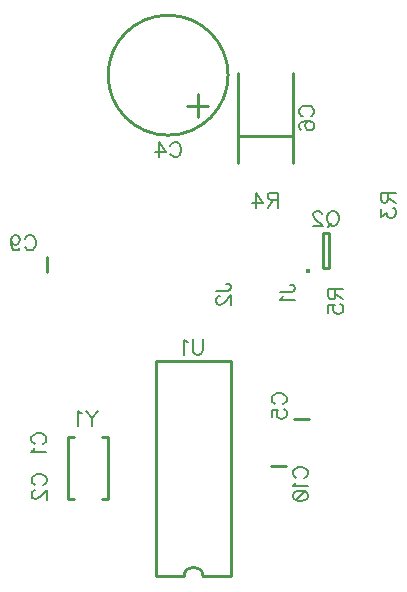
<source format=gbr>
G04 DipTrace 3.2.0.1*
G04 BottomSilk.gbr*
%MOIN*%
G04 #@! TF.FileFunction,Legend,Bot*
G04 #@! TF.Part,Single*
%ADD10C,0.009843*%
%ADD34C,0.015422*%
%ADD84C,0.00772*%
%FSLAX26Y26*%
G04*
G70*
G90*
G75*
G01*
G04 BotSilk*
%LPD*%
X831316Y1866573D2*
D10*
G02X831316Y1866573I200000J0D01*
G01*
X1094316Y1764213D2*
X1165156D1*
X1129756Y1803573D2*
Y1728773D1*
X1374494Y562713D2*
X1425636D1*
X1446867Y1574210D2*
Y1873418D1*
X1265765Y1574210D2*
Y1873418D1*
X1446867Y1664745D2*
X1265765D1*
X628925Y1209752D2*
Y1260894D1*
X1500636Y720432D2*
X1449494D1*
D34*
X1497266Y1213873D3*
X1547408Y1223074D2*
D10*
Y1341179D1*
X1567093D1*
Y1223074D1*
X1547408D1*
X990372Y195824D2*
Y912321D1*
X1242339Y195824D2*
Y912321D1*
X990372D2*
X1242339D1*
X990372Y195824D2*
X1084848D1*
X1147862D2*
X1242339D1*
X1084848D2*
G02X1147862Y195824I31507J-53D01*
G01*
X811804Y454872D2*
X831494D1*
Y659604D1*
X811804D1*
X717327D2*
X697636D1*
Y454872D1*
X717327D1*
X587454Y637669D2*
D84*
X582701Y640046D1*
X577892Y644854D1*
X575516Y649607D1*
Y659169D1*
X577892Y663977D1*
X582701Y668730D1*
X587454Y671162D1*
X594639Y673539D1*
X606632D1*
X613762Y671162D1*
X618571Y668730D1*
X623324Y663977D1*
X625756Y659169D1*
Y649607D1*
X623324Y644854D1*
X618571Y640046D1*
X613762Y637669D1*
X585132Y622230D2*
X582701Y617421D1*
X575571Y610236D1*
X625755D1*
X588438Y500474D2*
X583685Y502851D1*
X578876Y507659D1*
X576500Y512412D1*
Y521974D1*
X578876Y526782D1*
X583685Y531535D1*
X588438Y533967D1*
X595623Y536344D1*
X607617D1*
X614746Y533967D1*
X619555Y531535D1*
X624308Y526782D1*
X626740Y521974D1*
Y512412D1*
X624308Y507659D1*
X619555Y502851D1*
X614746Y500474D1*
X588493Y482603D2*
X586117D1*
X581308Y480226D1*
X578932Y477850D1*
X576555Y473041D1*
Y463480D1*
X578932Y458727D1*
X581308Y456350D1*
X586117Y453918D1*
X590870D1*
X595678Y456350D1*
X602808Y461103D1*
X626740Y485035D1*
Y451541D1*
X1039036Y1631794D2*
X1041412Y1636548D1*
X1046221Y1641356D1*
X1050974Y1643733D1*
X1060535D1*
X1065344Y1641356D1*
X1070097Y1636548D1*
X1072529Y1631794D1*
X1074906Y1624609D1*
Y1612616D1*
X1072529Y1605486D1*
X1070097Y1600678D1*
X1065344Y1595924D1*
X1060535Y1593493D1*
X1050974D1*
X1046221Y1595924D1*
X1041412Y1600678D1*
X1039036Y1605486D1*
X999665Y1593493D2*
Y1643677D1*
X1023596Y1610239D1*
X987726D1*
X1387993Y770042D2*
X1383240Y772419D1*
X1378432Y777227D1*
X1376055Y781980D1*
Y791542D1*
X1378432Y796351D1*
X1383240Y801104D1*
X1387993Y803536D1*
X1395178Y805912D1*
X1407172D1*
X1414301Y803536D1*
X1419110Y801104D1*
X1423863Y796350D1*
X1426295Y791542D1*
Y781980D1*
X1423863Y777227D1*
X1419110Y772419D1*
X1414301Y770042D1*
X1376110Y725918D2*
Y749795D1*
X1397610Y752171D1*
X1395233Y749795D1*
X1392802Y742610D1*
Y735480D1*
X1395233Y728295D1*
X1399987Y723486D1*
X1407172Y721110D1*
X1411925D1*
X1419110Y723486D1*
X1423918Y728295D1*
X1426295Y735480D1*
Y742610D1*
X1423918Y749795D1*
X1421486Y752171D1*
X1416733Y754603D1*
X1480071Y1729136D2*
X1475317Y1731513D1*
X1470509Y1736321D1*
X1468132Y1741074D1*
Y1750636D1*
X1470509Y1755444D1*
X1475317Y1760197D1*
X1480071Y1762629D1*
X1487256Y1765006D1*
X1499249D1*
X1506379Y1762629D1*
X1511187Y1760197D1*
X1515940Y1755444D1*
X1518372Y1750636D1*
Y1741074D1*
X1515940Y1736321D1*
X1511187Y1731513D1*
X1506379Y1729136D1*
X1475317Y1685012D2*
X1470564Y1687389D1*
X1468188Y1694574D1*
Y1699327D1*
X1470564Y1706512D1*
X1477749Y1711320D1*
X1489687Y1713697D1*
X1501626D1*
X1511187Y1711320D1*
X1515996Y1706512D1*
X1518372Y1699327D1*
Y1696950D1*
X1515996Y1689820D1*
X1511187Y1685012D1*
X1504002Y1682635D1*
X1501626D1*
X1494441Y1685012D1*
X1489687Y1689820D1*
X1487311Y1696950D1*
Y1699327D1*
X1489687Y1706512D1*
X1494441Y1711320D1*
X1501626Y1713697D1*
X553697Y1321017D2*
X556074Y1325771D1*
X560882Y1330579D1*
X565635Y1332956D1*
X575197D1*
X580005Y1330579D1*
X584759Y1325771D1*
X587190Y1321017D1*
X589567Y1313832D1*
Y1301839D1*
X587190Y1294709D1*
X584759Y1289901D1*
X580005Y1285148D1*
X575197Y1282716D1*
X565635D1*
X560882Y1285148D1*
X556074Y1289901D1*
X553697Y1294709D1*
X507141Y1316209D2*
X509573Y1309024D1*
X514326Y1304216D1*
X521511Y1301839D1*
X523888D1*
X531073Y1304216D1*
X535826Y1309024D1*
X538258Y1316209D1*
Y1318586D1*
X535826Y1325771D1*
X531073Y1330524D1*
X523888Y1332900D1*
X521511D1*
X514326Y1330524D1*
X509573Y1325771D1*
X507141Y1316209D1*
Y1304216D1*
X509573Y1292277D1*
X514326Y1285092D1*
X521511Y1282716D1*
X526264D1*
X533449Y1285092D1*
X535826Y1289901D1*
X1459056Y524134D2*
X1454303Y526511D1*
X1449495Y531319D1*
X1447118Y536072D1*
Y545634D1*
X1449494Y550442D1*
X1454303Y555195D1*
X1459056Y557627D1*
X1466241Y560004D1*
X1478235D1*
X1485364Y557627D1*
X1490173Y555195D1*
X1494926Y550442D1*
X1497358Y545634D1*
Y536072D1*
X1494926Y531319D1*
X1490173Y526510D1*
X1485364Y524134D1*
X1456735Y508695D2*
X1454303Y503886D1*
X1447173Y496701D1*
X1497358D1*
X1447173Y466892D2*
X1449550Y474077D1*
X1456735Y478885D1*
X1468673Y481262D1*
X1475858D1*
X1487796Y478885D1*
X1494981Y474077D1*
X1497358Y466892D1*
Y462139D1*
X1494981Y454954D1*
X1487796Y450201D1*
X1475858Y447769D1*
X1468673D1*
X1456735Y450201D1*
X1449550Y454954D1*
X1447173Y462139D1*
Y466892D1*
X1456735Y450201D2*
X1487796Y478885D1*
X1404720Y1144319D2*
X1442967D1*
X1450152Y1146696D1*
X1452528Y1149128D1*
X1454960Y1153881D1*
Y1158689D1*
X1452528Y1163442D1*
X1450152Y1165819D1*
X1442967Y1168251D1*
X1438214D1*
X1414337Y1128880D2*
X1411905Y1124072D1*
X1404775Y1116887D1*
X1454960D1*
X1190720Y1148069D2*
X1228967D1*
X1236152Y1150446D1*
X1238528Y1152878D1*
X1240960Y1157631D1*
Y1162439D1*
X1238528Y1167192D1*
X1236152Y1169569D1*
X1228967Y1172001D1*
X1224214D1*
X1202714Y1130198D2*
X1200337D1*
X1195529Y1127821D1*
X1193152Y1125445D1*
X1190776Y1120636D1*
Y1111075D1*
X1193152Y1106322D1*
X1195529Y1103945D1*
X1200337Y1101513D1*
X1205090D1*
X1209899Y1103945D1*
X1217029Y1108698D1*
X1240960Y1132630D1*
Y1099137D1*
X1585622Y1414402D2*
X1590375Y1412081D1*
X1595184Y1407272D1*
X1597560Y1402464D1*
X1599992Y1395279D1*
Y1383340D1*
X1597560Y1376155D1*
X1595184Y1371402D1*
X1590375Y1366594D1*
X1585622Y1364217D1*
X1576061D1*
X1571252Y1366594D1*
X1566499Y1371402D1*
X1564122Y1376155D1*
X1561690Y1383340D1*
Y1395279D1*
X1564122Y1402464D1*
X1566499Y1407272D1*
X1571252Y1412081D1*
X1576061Y1414402D1*
X1585622D1*
X1578437Y1373779D2*
X1564122Y1359409D1*
X1543819Y1402408D2*
Y1404785D1*
X1541443Y1409593D1*
X1539066Y1411970D1*
X1534258Y1414347D1*
X1524696D1*
X1519943Y1411970D1*
X1517566Y1409593D1*
X1515134Y1404785D1*
Y1400032D1*
X1517566Y1395223D1*
X1522319Y1388094D1*
X1546251Y1364162D1*
X1512758D1*
X1764211Y1473849D2*
Y1452349D1*
X1761779Y1445164D1*
X1759403Y1442732D1*
X1754649Y1440355D1*
X1749841D1*
X1745088Y1442732D1*
X1742656Y1445164D1*
X1740279Y1452349D1*
Y1473849D1*
X1790519Y1473848D1*
X1764211Y1457102D2*
X1790519Y1440355D1*
X1740335Y1420108D2*
Y1393855D1*
X1759458Y1408169D1*
Y1400984D1*
X1761834Y1396231D1*
X1764211Y1393855D1*
X1771396Y1391423D1*
X1776149D1*
X1783334Y1393855D1*
X1788143Y1398608D1*
X1790519Y1405793D1*
Y1412978D1*
X1788143Y1420108D1*
X1785711Y1422484D1*
X1780958Y1424916D1*
X1396565Y1451391D2*
X1375065D1*
X1367880Y1453823D1*
X1365448Y1456200D1*
X1363072Y1460953D1*
Y1465762D1*
X1365448Y1470515D1*
X1367880Y1472947D1*
X1375065Y1475323D1*
X1396565D1*
Y1425083D1*
X1379818Y1451391D2*
X1363072Y1425083D1*
X1323701D2*
Y1475268D1*
X1347632Y1441830D1*
X1311763D1*
X1589093Y1153140D2*
Y1131640D1*
X1586661Y1124455D1*
X1584284Y1122023D1*
X1579531Y1119647D1*
X1574723D1*
X1569970Y1122023D1*
X1567538Y1124455D1*
X1565161Y1131640D1*
Y1153140D1*
X1615401D1*
X1589093Y1136393D2*
X1615401Y1119647D1*
X1565216Y1075522D2*
Y1099399D1*
X1586716Y1101775D1*
X1584340Y1099399D1*
X1581908Y1092214D1*
Y1085084D1*
X1584340Y1077899D1*
X1589093Y1073091D1*
X1596278Y1070714D1*
X1601031D1*
X1608216Y1073091D1*
X1613025Y1077899D1*
X1615401Y1085084D1*
Y1092214D1*
X1613025Y1099399D1*
X1610593Y1101775D1*
X1605840Y1104207D1*
X1146818Y985544D2*
Y949674D1*
X1144442Y942489D1*
X1139633Y937736D1*
X1132448Y935304D1*
X1127695D1*
X1120510Y937736D1*
X1115702Y942489D1*
X1113325Y949674D1*
Y985544D1*
X1097886Y975927D2*
X1093077Y978359D1*
X1085892Y985489D1*
Y935304D1*
X797405Y748583D2*
X778282Y724651D1*
Y698343D1*
X759158Y748583D2*
X778282Y724651D1*
X743719Y738966D2*
X738911Y741398D1*
X731726Y748528D1*
Y698343D1*
M02*

</source>
